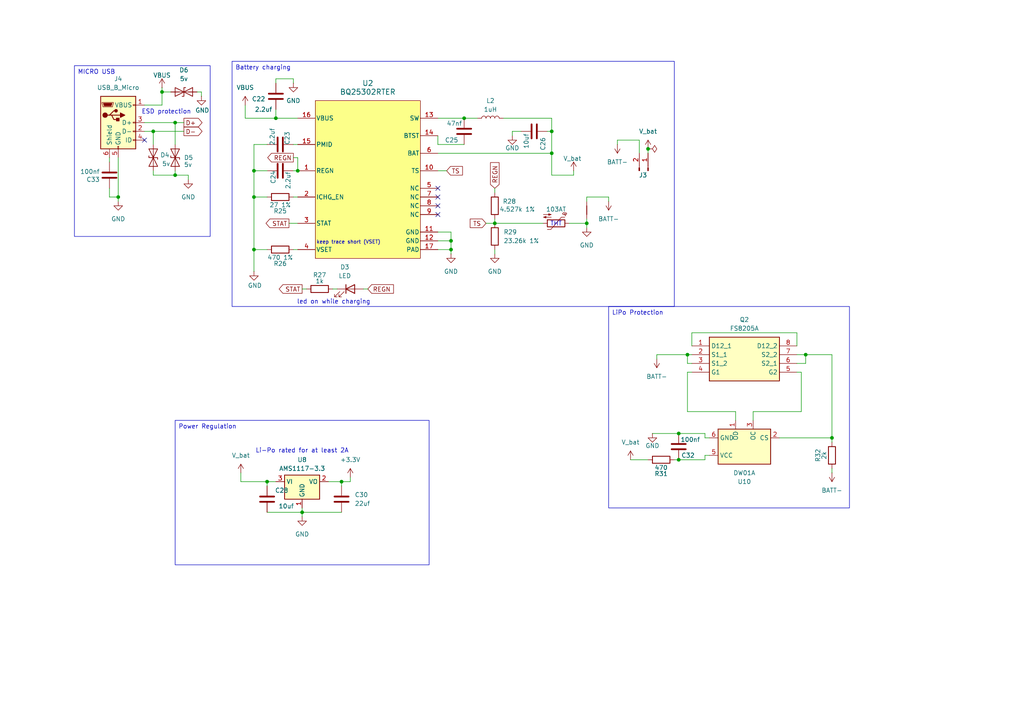
<source format=kicad_sch>
(kicad_sch (version 20250114) (generator "eeschema") (generator_version "9.0")
  (paper "A4")
  (lib_symbols
    (symbol "Battery_Management:DW01A"
      (property "Reference" "U" (at -6.604 6.35 0))
      (property "Value" "DW01A" (at 4.318 6.604 0))
      (symbol "DW01A_0_1"
        (pin power_in line (at -10.16 2.54 0) (length 2.54) (name "VCC") (number "5"))
        (pin power_in line (at -10.16 -2.54 0) (length 2.54) (name "GND") (number "6"))
        (pin output line (at -2.54 -7.62 90) (length 2.54) (name "OD") (number "1"))
        (pin output line (at 2.54 -7.62 90) (length 2.54) (name "OC") (number "3"))
        (pin input line (at 10.16 -2.54 180) (length 2.54) (name "CS") (number "2"))
      )
      (symbol "DW01A_1_1"
        (rectangle (start -7.62 5.08) (end 7.62 -5.08) (stroke (width 0.254)) (fill (type background)))
        (pin no_connect line (at 10.16 2.54 180) (length 2.54) (hide yes) (name "TD") (number "4"))
      )
    )
    (symbol "Connector:Conn_01x02_Pin" (pin_names (offset 1.016) (hide yes))
      (property "Reference" "J" (at 0 2.54 0))
      (property "Value" "Conn_01x02_Pin" (at 0 -5.08 0))
      (symbol "Conn_01x02_Pin_1_1"
        (rectangle (start 0.8636 0.127) (end 0 -0.127) (stroke (width 0.1524)) (fill (type outline)))
        (rectangle (start 0.8636 -2.413) (end 0 -2.667) (stroke (width 0.1524)) (fill (type outline)))
        (polyline (pts (xy 1.27 0) (xy 0.8636 0)) (stroke (width 0.1524)))
        (polyline (pts (xy 1.27 -2.54) (xy 0.8636 -2.54)) (stroke (width 0.1524)))
        (pin passive line (at 5.08 0 180) (length 3.81) (name "Pin_1") (number "1"))
        (pin passive line (at 5.08 -2.54 180) (length 3.81) (name "Pin_2") (number "2"))
      )
    )
    (symbol "Connector:USB_B_Micro" (pin_names (offset 1.016))
      (property "Reference" "J" (at -5.08 11.43 0))
      (property "Value" "USB_B_Micro" (at -5.08 8.89 0))
      (symbol "USB_B_Micro_0_1"
        (rectangle (start -5.08 -7.62) (end 5.08 7.62) (stroke (width 0.254)) (fill (type background)))
        (polyline (pts (xy -4.699 5.842) (xy -4.699 5.588) (xy -4.445 4.826) (xy -4.445 4.572) (xy -1.651 4.572) (xy -1.651 4.826) (xy -1.397 5.588) (xy -1.397 5.842) (xy -4.699 5.842)))
        (polyline (pts (xy -4.318 5.588) (xy -1.778 5.588) (xy -2.032 4.826) (xy -4.064 4.826) (xy -4.318 5.588)) (fill (type outline)))
        (circle (center -3.81 2.159) (radius 0.635) (stroke (width 0.254)) (fill (type outline)))
        (polyline (pts (xy -3.175 2.159) (xy -2.54 2.159) (xy -1.27 3.429) (xy -0.635 3.429)) (stroke (width 0.254)))
        (polyline (pts (xy -2.54 2.159) (xy -1.905 2.159) (xy -1.27 0.889) (xy 0 0.889)) (stroke (width 0.254)))
        (polyline (pts (xy -1.905 2.159) (xy 0.635 2.159)) (stroke (width 0.254)))
        (circle (center -0.635 3.429) (radius 0.381) (stroke (width 0.254)) (fill (type outline)))
        (rectangle (start -0.127 -7.62) (end 0.127 -6.858))
        (rectangle (start 0.254 1.27) (end -0.508 0.508) (stroke (width 0.254)) (fill (type outline)))
        (polyline (pts (xy 0.635 2.794) (xy 0.635 1.524) (xy 1.905 2.159) (xy 0.635 2.794)) (stroke (width 0.254)) (fill (type outline)))
        (rectangle (start 5.08 4.953) (end 4.318 5.207))
        (rectangle (start 5.08 -0.127) (end 4.318 0.127))
        (rectangle (start 5.08 -2.667) (end 4.318 -2.413))
        (rectangle (start 5.08 -5.207) (end 4.318 -4.953))
      )
      (symbol "USB_B_Micro_1_1"
        (pin passive line (at -2.54 -10.16 90) (length 2.54) (name "Shield") (number "6"))
        (pin power_out line (at 0 -10.16 90) (length 2.54) (name "GND") (number "5"))
        (pin power_out line (at 7.62 5.08 180) (length 2.54) (name "VBUS") (number "1"))
        (pin bidirectional line (at 7.62 0 180) (length 2.54) (name "D+") (number "3"))
        (pin bidirectional line (at 7.62 -2.54 180) (length 2.54) (name "D-") (number "2"))
        (pin passive line (at 7.62 -5.08 180) (length 2.54) (name "ID") (number "4"))
      )
    )
    (symbol "Device:C" (pin_numbers (hide yes)) (pin_names (offset 0.254))
      (property "Reference" "C" (at 0.635 2.54 0))
      (property "Value" "C" (at 0.635 -2.54 0))
      (symbol "C_0_1"
        (polyline (pts (xy -2.032 0.762) (xy 2.032 0.762)) (stroke (width 0.508)))
        (polyline (pts (xy -2.032 -0.762) (xy 2.032 -0.762)) (stroke (width 0.508)))
      )
      (symbol "C_1_1"
        (pin passive line (at 0 3.81 270) (length 2.794) (name "~") (number "1"))
        (pin passive line (at 0 -3.81 90) (length 2.794) (name "~") (number "2"))
      )
    )
    (symbol "Device:L" (pin_numbers (hide yes)) (pin_names (offset 1.016) (hide yes))
      (property "Reference" "L" (at -1.27 0 90))
      (property "Value" "L" (at 1.905 0 90))
      (symbol "L_0_1"
        (arc (start 0 2.54) (mid 0.6323 1.905) (end 0 1.27))
        (arc (start 0 1.27) (mid 0.6323 0.635) (end 0 0))
        (arc (start 0 0) (mid 0.6323 -0.635) (end 0 -1.27))
        (arc (start 0 -1.27) (mid 0.6323 -1.905) (end 0 -2.54))
      )
      (symbol "L_1_1"
        (pin passive line (at 0 3.81 270) (length 1.27) (name "1") (number "1"))
        (pin passive line (at 0 -3.81 90) (length 1.27) (name "2") (number "2"))
      )
    )
    (symbol "Device:LED" (pin_numbers (hide yes)) (pin_names (offset 1.016) (hide yes))
      (property "Reference" "D" (at 0 2.54 0))
      (property "Value" "LED" (at 0 -2.54 0))
      (symbol "LED_0_1"
        (polyline (pts (xy -3.048 -0.762) (xy -4.572 -2.286) (xy -3.81 -2.286) (xy -4.572 -2.286) (xy -4.572 -1.524)))
        (polyline (pts (xy -1.778 -0.762) (xy -3.302 -2.286) (xy -2.54 -2.286) (xy -3.302 -2.286) (xy -3.302 -1.524)))
        (polyline (pts (xy -1.27 0) (xy 1.27 0)))
        (polyline (pts (xy -1.27 -1.27) (xy -1.27 1.27)) (stroke (width 0.254)))
        (polyline (pts (xy 1.27 -1.27) (xy 1.27 1.27) (xy -1.27 0) (xy 1.27 -1.27)) (stroke (width 0.254)))
      )
      (symbol "LED_1_1"
        (pin passive line (at -3.81 0 0) (length 2.54) (name "K") (number "1"))
        (pin passive line (at 3.81 0 180) (length 2.54) (name "A") (number "2"))
      )
    )
    (symbol "Device:NetTie_2" (pin_numbers (hide yes)) (pin_names (offset 0) (hide yes)) (in_bom no)
      (property "Reference" "NT" (at 0 1.27 0))
      (property "Value" "NetTie_2" (at 0 -1.27 0))
      (symbol "NetTie_2_0_1"
        (polyline (pts (xy -1.27 0) (xy 1.27 0)) (stroke (width 0.254)))
      )
      (symbol "NetTie_2_1_1"
        (pin passive line (at -2.54 0 0) (length 2.54) (name "1") (number "1"))
        (pin passive line (at 2.54 0 180) (length 2.54) (name "2") (number "2"))
      )
    )
    (symbol "Device:R" (pin_numbers (hide yes)) (pin_names (offset 0))
      (property "Reference" "R" (at 2.032 0 90))
      (property "Value" "R" (at 0 0 90))
      (symbol "R_0_1"
        (rectangle (start -1.016 -2.54) (end 1.016 2.54) (stroke (width 0.254)))
      )
      (symbol "R_1_1"
        (pin passive line (at 0 3.81 270) (length 1.27) (name "~") (number "1"))
        (pin passive line (at 0 -3.81 90) (length 1.27) (name "~") (number "2"))
      )
    )
    (symbol "Device:Thermistor_NTC" (pin_numbers (hide yes)) (pin_names (offset 0))
      (property "Reference" "TH" (at -4.445 0 90))
      (property "Value" "Thermistor_NTC" (at 3.175 0 90))
      (symbol "Thermistor_NTC_0_1"
        (arc (start -3.175 2.413) (mid -3.0506 2.3165) (end -3.048 2.159))
        (arc (start -3.048 2.794) (mid -2.9736 2.9736) (end -2.794 3.048))
        (arc (start -2.794 3.048) (mid -2.6144 2.9736) (end -2.54 2.794))
        (arc (start -2.794 2.54) (mid -2.9736 2.6144) (end -3.048 2.794))
        (arc (start -2.794 1.905) (mid -2.9736 1.9794) (end -3.048 2.159))
        (arc (start -2.54 2.159) (mid -2.6144 1.9794) (end -2.794 1.905))
        (arc (start -2.159 2.794) (mid -2.434 2.5608) (end -2.794 2.54))
        (polyline (pts (xy -2.54 2.159) (xy -2.54 2.794)))
        (polyline (pts (xy -2.54 -3.683) (xy -2.54 -1.397) (xy -2.794 -2.159) (xy -2.286 -2.159) (xy -2.54 -1.397) (xy -2.54 -1.651)) (fill (type outline)))
        (polyline (pts (xy -1.778 2.54) (xy -1.778 1.524) (xy 1.778 -1.524) (xy 1.778 -2.54)))
        (polyline (pts (xy -1.778 -1.397) (xy -1.778 -3.683) (xy -2.032 -2.921) (xy -1.524 -2.921) (xy -1.778 -3.683) (xy -1.778 -3.429)) (fill (type outline)))
        (rectangle (start -1.016 2.54) (end 1.016 -2.54) (stroke (width 0.254)))
      )
      (symbol "Thermistor_NTC_1_1"
        (pin passive line (at 0 3.81 270) (length 1.27) (name "~") (number "1"))
        (pin passive line (at 0 -3.81 90) (length 1.27) (name "~") (number "2"))
      )
    )
    (symbol "Diode:ESD9B5.0ST5G" (pin_numbers (hide yes)) (pin_names (offset 1.016) (hide yes))
      (property "Reference" "D" (at 0 2.54 0))
      (property "Value" "ESD9B5.0ST5G" (at 0 -2.54 0))
      (symbol "ESD9B5.0ST5G_0_1"
        (polyline (pts (xy -2.54 -1.27) (xy 0 0) (xy -2.54 1.27) (xy -2.54 -1.27)) (stroke (width 0.2032)))
        (polyline (pts (xy 0.508 1.27) (xy 0 1.27) (xy 0 -1.27) (xy -0.508 -1.27)) (stroke (width 0.2032)))
        (polyline (pts (xy 1.27 0) (xy -1.27 0)))
        (polyline (pts (xy 2.54 1.27) (xy 2.54 -1.27) (xy 0 0) (xy 2.54 1.27)) (stroke (width 0.2032)))
      )
      (symbol "ESD9B5.0ST5G_1_1"
        (pin passive line (at -3.81 0 0) (length 2.54) (name "A1") (number "1"))
        (pin passive line (at 3.81 0 180) (length 2.54) (name "A2") (number "2"))
      )
    )
    (symbol "Regulator_Linear:AMS1117-3.3"
      (property "Reference" "U" (at -3.81 3.175 0))
      (property "Value" "AMS1117-3.3" (at 0 3.175 0))
      (symbol "AMS1117-3.3_0_1"
        (rectangle (start -5.08 -5.08) (end 5.08 1.905) (stroke (width 0.254)) (fill (type background)))
      )
      (symbol "AMS1117-3.3_1_1"
        (pin power_in line (at -7.62 0 0) (length 2.54) (name "VI") (number "3"))
        (pin power_in line (at 0 -7.62 90) (length 2.54) (name "GND") (number "1"))
        (pin power_out line (at 7.62 0 180) (length 2.54) (name "VO") (number "2"))
      )
    )
    (symbol "Regulator_Switching:BQ25302RTER" (pin_names (offset 0.254))
      (property "Reference" "U3" (at 0 27.94 0))
      (property "Value" "BQ25302RTER" (at 0 25.4 0))
      (symbol "BQ25302RTER_0_1"
        (pin power_in line (at -20.32 17.78 0) (length 5.08) (name "VBUS") (number "16"))
        (pin output line (at -20.32 10.16 0) (length 5.08) (name "PMID") (number "15"))
        (pin bidirectional line (at -20.32 -5.08 0) (length 5.08) (name "ICHG_EN") (number "2"))
        (pin input line (at -20.32 -20.32 0) (length 5.08) (name "VSET") (number "4"))
        (pin power_in line (at 20.32 7.62 180) (length 5.08) (name "BAT") (number "6"))
        (pin input line (at 20.32 2.54 180) (length 5.08) (name "TS") (number "10"))
        (pin unspecified line (at 20.32 -2.54 180) (length 5.08) (name "NC") (number "5"))
        (pin unspecified line (at 20.32 -5.08 180) (length 5.08) (name "NC") (number "7"))
        (pin unspecified line (at 20.32 -7.62 180) (length 5.08) (name "NC") (number "8"))
        (pin unspecified line (at 20.32 -10.16 180) (length 5.08) (name "NC") (number "9"))
        (pin power_in line (at 20.32 -15.24 180) (length 5.08) (name "GND") (number "11"))
        (pin power_in line (at 20.32 -17.78 180) (length 5.08) (name "GND") (number "12"))
        (pin power_in line (at 20.32 -20.32 180) (length 5.08) (name "PAD") (number "17"))
      )
      (symbol "BQ25302RTER_1_1"
        (rectangle (start -15.24 22.86) (end 15.24 -22.86) (fill (type color) (color 252 255 137 1)))
        (pin power_out line (at -20.32 2.54 0) (length 5.08) (name "REGN") (number "1"))
        (pin open_collector line (at -20.32 -12.7 0) (length 5.08) (name "STAT") (number "3"))
        (pin power_out line (at 20.32 17.78 180) (length 5.08) (name "SW") (number "13"))
        (pin passive line (at 20.32 12.7 180) (length 5.08) (name "BTST") (number "14"))
      )
    )
    (symbol "Transistor_FET:FS8205A"
      (property "Reference" "Q" (at 26.67 7.62 0))
      (property "Value" "FS8205A" (at 26.67 5.08 0))
      (symbol "FS8205A_1_1"
        (rectangle (start 5.08 2.54) (end 25.4 -10.16) (stroke (width 0.254)) (fill (type background)))
        (pin passive line (at 0 0 0) (length 5.08) (name "D12_1") (number "1"))
        (pin passive line (at 0 -2.54 0) (length 5.08) (name "S1_1") (number "2"))
        (pin passive line (at 0 -5.08 0) (length 5.08) (name "S1_2") (number "3"))
        (pin passive line (at 0 -7.62 0) (length 5.08) (name "G1") (number "4"))
        (pin passive line (at 30.48 0 180) (length 5.08) (name "D12_2") (number "8"))
        (pin passive line (at 30.48 -2.54 180) (length 5.08) (name "S2_2") (number "7"))
        (pin passive line (at 30.48 -5.08 180) (length 5.08) (name "S2_1") (number "6"))
        (pin passive line (at 30.48 -7.62 180) (length 5.08) (name "G2") (number "5"))
      )
    )
    (symbol "power:+5V" (power) (pin_numbers (hide yes)) (pin_names (offset 0) (hide yes))
      (property "Value" "+5V" (at 0 3.556 0))
      (symbol "+5V_0_1"
        (polyline (pts (xy -0.762 1.27) (xy 0 2.54)))
        (polyline (pts (xy 0 2.54) (xy 0.762 1.27)))
        (polyline (pts (xy 0 0) (xy 0 2.54)))
      )
      (symbol "+5V_1_1"
        (pin power_in line (at 0 0 90) (length 0) (name "~") (number "1"))
      )
    )
    (symbol "power:GND" (power) (pin_numbers (hide yes)) (pin_names (offset 0) (hide yes))
      (property "Value" "GND" (at 0 -3.81 0))
      (symbol "GND_0_1"
        (polyline (pts (xy 0 0) (xy 0 -1.27) (xy 1.27 -1.27) (xy 0 -2.54) (xy -1.27 -1.27) (xy 0 -1.27)))
      )
      (symbol "GND_1_1"
        (pin power_in line (at 0 0 270) (length 0) (name "~") (number "1"))
      )
    )
    (symbol "power:PWR_FLAG" (power) (pin_numbers (hide yes)) (pin_names (offset 0) (hide yes))
      (property "Value" "PWR_FLAG" (at 0 3.81 0))
      (symbol "PWR_FLAG_0_0"
        (pin power_out line (at 0 0 90) (length 0) (name "~") (number "1"))
      )
      (symbol "PWR_FLAG_0_1"
        (polyline (pts (xy 0 0) (xy 0 1.27) (xy -1.016 1.905) (xy 0 2.54) (xy 1.016 1.905) (xy 0 1.27)))
      )
    )
    (symbol "power:VBUS" (power) (pin_numbers (hide yes)) (pin_names (offset 0) (hide yes))
      (property "Value" "VBUS" (at 0 3.556 0))
      (symbol "VBUS_0_1"
        (polyline (pts (xy -0.762 1.27) (xy 0 2.54)))
        (polyline (pts (xy 0 2.54) (xy 0.762 1.27)))
        (polyline (pts (xy 0 0) (xy 0 2.54)))
      )
      (symbol "VBUS_1_1"
        (pin power_in line (at 0 0 90) (length 0) (name "~") (number "1"))
      )
    )
    (symbol "power:VCC" (power) (pin_numbers (hide yes)) (pin_names (offset 0) (hide yes))
      (property "Value" "VCC" (at 0 3.556 0))
      (symbol "VCC_0_1"
        (polyline (pts (xy -0.762 1.27) (xy 0 2.54)))
        (polyline (pts (xy 0 2.54) (xy 0.762 1.27)))
        (polyline (pts (xy 0 0) (xy 0 2.54)))
      )
      (symbol "VCC_1_1"
        (pin power_in line (at 0 0 90) (length 0) (name "~") (number "1"))
      )
    )
  )
  (text "THT" (at 161.29 65.024 0) (effects (font (size 1.27 1.27))))
  (text "led on while charging" (at 96.774 87.63 0) (effects (font (size 1.27 1.27))))
  (text "Li-Po rated for at least 2A" (at 87.63 130.81 0) (effects (font (size 1.27 1.27))))
  (text "keep trace short (VSET)\n" (at 101.092 70.358 0) (effects (font (size 1.016 1.016))))
  (text "ESD protection" (at 48.26 32.512 0) (effects (font (size 1.27 1.27))))
  (text_box "Battery charging" (at 67.31 17.78 0) (size 128.27 71.12) (margins 0.9525 0.9525 0.9525 0.9525) (effects (font (size 1.27 1.27)) (justify left top)))
  (text_box "Power Regulation" (at 50.8 121.92 0) (size 73.66 41.91) (margins 0.9525 0.9525 0.9525 0.9525) (effects (font (size 1.27 1.27)) (justify left top)))
  (text_box "LiPo Protection" (at 176.53 88.9 0) (size 69.85 58.42) (margins 0.9525 0.9525 0.9525 0.9525) (effects (font (size 1.27 1.27)) (justify left top)))
  (text_box "MICRO USB" (at 21.59 19.05 0) (size 39.37 49.53) (margins 0.9525 0.9525 0.9525 0.9525) (effects (font (size 1.27 1.27)) (justify left top)))
  (junction (at 143.51 64.77))
  (junction (at 199.39 102.87))
  (junction (at 86.36 49.53))
  (junction (at 77.47 139.7))
  (junction (at 44.45 38.1))
  (junction (at 50.8 50.8))
  (junction (at 134.62 34.29))
  (junction (at 241.3 127))
  (junction (at 50.8 35.56))
  (junction (at 160.02 44.45))
  (junction (at 196.85 133.35))
  (junction (at 130.81 69.85))
  (junction (at 80.01 34.29))
  (junction (at 73.66 57.15))
  (junction (at 99.06 139.7))
  (junction (at 73.66 72.39))
  (junction (at 196.85 125.73))
  (junction (at 160.02 38.1))
  (junction (at 87.63 148.59))
  (junction (at 130.81 72.39))
  (junction (at 73.66 49.53))
  (junction (at 170.18 64.77))
  (junction (at 34.29 57.15))
  (junction (at 187.96 43.18))
  (junction (at 46.99 26.67))
  (junction (at 233.68 102.87))
  (no_connect (at 41.91 40.64))
  (no_connect (at 127 57.15))
  (no_connect (at 127 54.61))
  (no_connect (at 127 62.23))
  (no_connect (at 127 59.69))
  (wire (pts (xy 73.66 57.15) (xy 77.47 57.15)))
  (wire (pts (xy 204.47 127) (xy 204.47 125.73)))
  (wire (pts (xy 85.09 45.72) (xy 86.36 45.72)))
  (wire (pts (xy 176.53 57.15) (xy 170.18 57.15)))
  (wire (pts (xy 143.51 64.77) (xy 157.48 64.77)))
  (wire (pts (xy 130.81 67.31) (xy 130.81 69.85)))
  (wire (pts (xy 226.06 127) (xy 241.3 127)))
  (wire (pts (xy 41.91 30.48) (xy 46.99 30.48)))
  (wire (pts (xy 182.88 133.35) (xy 187.96 133.35)))
  (wire (pts (xy 204.47 125.73) (xy 196.85 125.73)))
  (wire (pts (xy 140.97 64.77) (xy 143.51 64.77)))
  (wire (pts (xy 189.23 125.73) (xy 196.85 125.73)))
  (wire (pts (xy 204.47 132.08) (xy 205.74 132.08)))
  (wire (pts (xy 31.75 57.15) (xy 34.29 57.15)))
  (wire (pts (xy 73.66 78.74) (xy 73.66 72.39)))
  (wire (pts (xy 127 67.31) (xy 130.81 67.31)))
  (wire (pts (xy 143.51 72.39) (xy 143.51 73.66)))
  (wire (pts (xy 73.66 72.39) (xy 77.47 72.39)))
  (wire (pts (xy 166.37 50.8) (xy 166.37 49.53)))
  (wire (pts (xy 218.44 119.38) (xy 232.41 119.38)))
  (wire (pts (xy 232.41 119.38) (xy 232.41 107.95)))
  (wire (pts (xy 160.02 50.8) (xy 166.37 50.8)))
  (wire (pts (xy 160.02 38.1) (xy 160.02 44.45)))
  (wire (pts (xy 85.09 41.91) (xy 86.36 41.91)))
  (wire (pts (xy 146.05 34.29) (xy 160.02 34.29)))
  (wire (pts (xy 187.96 43.18) (xy 187.96 44.45)))
  (wire (pts (xy 44.45 38.1) (xy 44.45 41.91)))
  (wire (pts (xy 241.3 137.16) (xy 241.3 135.89)))
  (wire (pts (xy 130.81 73.66) (xy 130.81 72.39)))
  (wire (pts (xy 233.68 105.41) (xy 233.68 102.87)))
  (wire (pts (xy 127 44.45) (xy 160.02 44.45)))
  (wire (pts (xy 218.44 121.92) (xy 218.44 119.38)))
  (wire (pts (xy 185.42 40.64) (xy 185.42 44.45)))
  (wire (pts (xy 85.09 22.86) (xy 80.01 22.86)))
  (wire (pts (xy 204.47 133.35) (xy 204.47 132.08)))
  (wire (pts (xy 50.8 50.8) (xy 50.8 49.53)))
  (wire (pts (xy 160.02 34.29) (xy 160.02 38.1)))
  (wire (pts (xy 96.52 83.82) (xy 97.79 83.82)))
  (wire (pts (xy 158.75 38.1) (xy 160.02 38.1)))
  (wire (pts (xy 176.53 58.42) (xy 176.53 57.15)))
  (wire (pts (xy 50.8 35.56) (xy 53.34 35.56)))
  (wire (pts (xy 231.14 107.95) (xy 232.41 107.95)))
  (wire (pts (xy 41.91 38.1) (xy 44.45 38.1)))
  (wire (pts (xy 130.81 69.85) (xy 130.81 72.39)))
  (wire (pts (xy 85.09 57.15) (xy 86.36 57.15)))
  (wire (pts (xy 85.09 49.53) (xy 86.36 49.53)))
  (wire (pts (xy 80.01 22.86) (xy 80.01 24.13)))
  (wire (pts (xy 105.41 83.82) (xy 106.68 83.82)))
  (wire (pts (xy 130.81 72.39) (xy 127 72.39)))
  (wire (pts (xy 41.91 35.56) (xy 50.8 35.56)))
  (wire (pts (xy 148.59 38.1) (xy 148.59 39.37)))
  (wire (pts (xy 127 41.91) (xy 127 39.37)))
  (wire (pts (xy 204.47 127) (xy 205.74 127)))
  (wire (pts (xy 54.61 52.07) (xy 54.61 50.8)))
  (wire (pts (xy 170.18 63.5) (xy 170.18 64.77)))
  (wire (pts (xy 86.36 45.72) (xy 86.36 49.53)))
  (wire (pts (xy 58.42 26.67) (xy 58.42 27.94)))
  (wire (pts (xy 190.5 102.87) (xy 199.39 102.87)))
  (wire (pts (xy 101.6 139.7) (xy 101.6 138.43)))
  (wire (pts (xy 199.39 105.41) (xy 199.39 102.87)))
  (wire (pts (xy 31.75 45.72) (xy 31.75 46.99)))
  (wire (pts (xy 196.85 133.35) (xy 195.58 133.35)))
  (wire (pts (xy 95.25 139.7) (xy 99.06 139.7)))
  (wire (pts (xy 77.47 148.59) (xy 87.63 148.59)))
  (wire (pts (xy 160.02 44.45) (xy 160.02 50.8)))
  (wire (pts (xy 44.45 49.53) (xy 44.45 50.8)))
  (wire (pts (xy 199.39 102.87) (xy 200.66 102.87)))
  (wire (pts (xy 80.01 34.29) (xy 86.36 34.29)))
  (wire (pts (xy 44.45 50.8) (xy 50.8 50.8)))
  (wire (pts (xy 179.07 40.64) (xy 185.42 40.64)))
  (wire (pts (xy 71.12 30.48) (xy 71.12 34.29)))
  (wire (pts (xy 87.63 148.59) (xy 87.63 149.86)))
  (wire (pts (xy 54.61 50.8) (xy 50.8 50.8)))
  (wire (pts (xy 73.66 41.91) (xy 77.47 41.91)))
  (wire (pts (xy 73.66 57.15) (xy 73.66 72.39)))
  (wire (pts (xy 87.63 83.82) (xy 88.9 83.82)))
  (wire (pts (xy 85.09 22.86) (xy 85.09 24.13)))
  (wire (pts (xy 34.29 45.72) (xy 34.29 57.15)))
  (wire (pts (xy 151.13 38.1) (xy 148.59 38.1)))
  (wire (pts (xy 134.62 41.91) (xy 127 41.91)))
  (wire (pts (xy 170.18 57.15) (xy 170.18 58.42)))
  (wire (pts (xy 127 49.53) (xy 129.54 49.53)))
  (wire (pts (xy 213.36 121.92) (xy 213.36 119.38)))
  (wire (pts (xy 83.82 64.77) (xy 86.36 64.77)))
  (wire (pts (xy 73.66 57.15) (xy 73.66 49.53)))
  (wire (pts (xy 73.66 49.53) (xy 77.47 49.53)))
  (wire (pts (xy 196.85 133.35) (xy 204.47 133.35)))
  (wire (pts (xy 233.68 102.87) (xy 241.3 102.87)))
  (wire (pts (xy 199.39 119.38) (xy 213.36 119.38)))
  (wire (pts (xy 241.3 102.87) (xy 241.3 127)))
  (wire (pts (xy 46.99 26.67) (xy 46.99 25.4)))
  (wire (pts (xy 190.5 104.14) (xy 190.5 102.87)))
  (wire (pts (xy 143.51 54.61) (xy 143.51 55.88)))
  (wire (pts (xy 77.47 139.7) (xy 80.01 139.7)))
  (wire (pts (xy 127 34.29) (xy 134.62 34.29)))
  (wire (pts (xy 87.63 147.32) (xy 87.63 148.59)))
  (wire (pts (xy 143.51 63.5) (xy 143.51 64.77)))
  (wire (pts (xy 231.14 105.41) (xy 233.68 105.41)))
  (wire (pts (xy 69.85 139.7) (xy 77.47 139.7)))
  (wire (pts (xy 231.14 96.52) (xy 231.14 100.33)))
  (wire (pts (xy 31.75 54.61) (xy 31.75 57.15)))
  (wire (pts (xy 200.66 96.52) (xy 231.14 96.52)))
  (wire (pts (xy 77.47 139.7) (xy 77.47 140.97)))
  (wire (pts (xy 165.1 64.77) (xy 170.18 64.77)))
  (wire (pts (xy 179.07 41.91) (xy 179.07 40.64)))
  (wire (pts (xy 87.63 148.59) (xy 99.06 148.59)))
  (wire (pts (xy 57.15 26.67) (xy 58.42 26.67)))
  (wire (pts (xy 127 69.85) (xy 130.81 69.85)))
  (wire (pts (xy 99.06 139.7) (xy 101.6 139.7)))
  (wire (pts (xy 200.66 105.41) (xy 199.39 105.41)))
  (wire (pts (xy 69.85 137.16) (xy 69.85 139.7)))
  (wire (pts (xy 71.12 34.29) (xy 80.01 34.29)))
  (wire (pts (xy 231.14 102.87) (xy 233.68 102.87)))
  (wire (pts (xy 199.39 107.95) (xy 200.66 107.95)))
  (wire (pts (xy 34.29 57.15) (xy 34.29 58.42)))
  (wire (pts (xy 44.45 38.1) (xy 53.34 38.1)))
  (wire (pts (xy 46.99 30.48) (xy 46.99 26.67)))
  (wire (pts (xy 170.18 64.77) (xy 170.18 66.04)))
  (wire (pts (xy 80.01 31.75) (xy 80.01 34.29)))
  (wire (pts (xy 50.8 35.56) (xy 50.8 41.91)))
  (wire (pts (xy 134.62 34.29) (xy 138.43 34.29)))
  (wire (pts (xy 241.3 128.27) (xy 241.3 127)))
  (wire (pts (xy 99.06 139.7) (xy 99.06 140.97)))
  (wire (pts (xy 200.66 100.33) (xy 200.66 96.52)))
  (wire (pts (xy 73.66 49.53) (xy 73.66 41.91)))
  (wire (pts (xy 199.39 107.95) (xy 199.39 119.38)))
  (wire (pts (xy 46.99 26.67) (xy 49.53 26.67)))
  (wire (pts (xy 85.09 72.39) (xy 86.36 72.39)))
  (global_label "STAT" (shape output) (at 87.63 83.82 180) (property "Intersheetrefs" "${INTERSHEET_REFS}" (effects (hide yes))))
  (global_label "REGN" (shape input) (at 143.51 54.61 90) (property "Intersheetrefs" "${INTERSHEET_REFS}" (effects (hide yes))))
  (global_label "TS" (shape input) (at 129.54 49.53 0) (property "Intersheetrefs" "${INTERSHEET_REFS}" (effects (hide yes))))
  (global_label "REGN" (shape output) (at 85.09 45.72 180) (property "Intersheetrefs" "${INTERSHEET_REFS}" (effects (hide yes))))
  (global_label "D+" (shape output) (at 53.34 35.56 0) (property "Intersheetrefs" "${INTERSHEET_REFS}" (effects (hide yes))))
  (global_label "TS" (shape input) (at 140.97 64.77 180) (property "Intersheetrefs" "${INTERSHEET_REFS}" (effects (hide yes))))
  (global_label "STAT" (shape output) (at 83.82 64.77 180) (property "Intersheetrefs" "${INTERSHEET_REFS}" (effects (hide yes))))
  (global_label "REGN" (shape input) (at 106.68 83.82 0) (property "Intersheetrefs" "${INTERSHEET_REFS}" (effects (hide yes))))
  (global_label "D-" (shape output) (at 53.34 38.1 0) (property "Intersheetrefs" "${INTERSHEET_REFS}" (effects (hide yes))))
  (symbol (lib_id "Device:C") (at 196.85 129.54 0) (mirror x) (unit 1)
    (property "Reference" "C32" (at 197.612 132.08 0) (effects (justify left)))
    (property "Value" "100nf" (at 197.358 127.508 0) (effects (justify left)))
    (property "Footprint" "Capacitor_SMD:C_0402_1005Metric" (effects (hide yes)))
    (property "Description" "Unpolarized capacitor" (effects (hide yes)))
  )
  (symbol (lib_id "power:VCC") (at 187.96 43.18 0) (mirror y) (unit 1)
    (property "Reference" "#PWR046" (effects (hide yes)))
    (property "Value" "V_bat" (at 187.96 38.1 0))
    (property "Description" "Power symbol creates a global label with name \"VCC\"" (effects (hide yes)))
  )
  (symbol (lib_id "power:GND") (at 143.51 73.66 0) (unit 1)
    (property "Reference" "#PWR037" (effects (hide yes)))
    (property "Value" "GND" (at 143.51 78.74 0))
    (property "Description" "Power symbol creates a global label with name \"GND\" , ground" (effects (hide yes)))
  )
  (symbol (lib_id "Device:R") (at 191.77 133.35 90) (mirror x) (unit 1)
    (property "Reference" "R31" (at 191.77 137.414 90))
    (property "Value" "470" (at 191.77 135.636 90))
    (property "Footprint" "Resistor_SMD:R_0402_1005Metric" (effects (hide yes)))
    (property "Description" "Resistor" (effects (hide yes)))
  )
  (symbol (lib_id "Device:C") (at 81.28 41.91 270) (unit 1)
    (property "Reference" "C23" (at 83.312 38.1 0) (effects (justify left)))
    (property "Value" "2.2uf" (at 78.994 37.084 0) (effects (justify left)))
    (property "Footprint" "Capacitor_SMD:C_0402_1005Metric" (effects (hide yes)))
    (property "Description" "Unpolarized capacitor" (effects (hide yes)))
  )
  (symbol (lib_id "Device:Thermistor_NTC") (at 161.29 64.77 270) (unit 1)
    (property "Reference" "TH2" (effects (hide yes)))
    (property "Value" "103AT" (at 161.29 60.706 90))
    (property "Footprint" "Resistor_THT:R_Axial_DIN0204_L3.6mm_D1.6mm_P1.90mm_Vertical" (effects (hide yes)))
    (property "Description" "Temperature dependent resistor, negative temperature coefficient" (effects (hide yes)))
  )
  (symbol (lib_id "power:GND") (at 54.61 52.07 0) (unit 1)
    (property "Reference" "#PWR032" (effects (hide yes)))
    (property "Value" "GND" (at 54.61 57.15 0))
    (property "Description" "Power symbol creates a global label with name \"GND\" , ground" (effects (hide yes)))
  )
  (symbol (lib_id "power:GND") (at 148.59 39.37 0) (unit 1)
    (property "Reference" "#PWR038" (effects (hide yes)))
    (property "Value" "GND" (at 148.59 42.926 0))
    (property "Description" "Power symbol creates a global label with name \"GND\" , ground" (effects (hide yes)))
  )
  (symbol (lib_id "power:GND") (at 34.29 58.42 0) (unit 1)
    (property "Reference" "#PWR050" (effects (hide yes)))
    (property "Value" "GND" (at 34.29 63.5 0))
    (property "Description" "Power symbol creates a global label with name \"GND\" , ground" (effects (hide yes)))
  )
  (symbol (lib_id "power:GND") (at 58.42 27.94 0) (unit 1)
    (property "Reference" "#PWR054" (effects (hide yes)))
    (property "Value" "GND" (at 58.674 32.004 0))
    (property "Description" "Power symbol creates a global label with name \"GND\" , ground" (effects (hide yes)))
  )
  (symbol (lib_id "Connector:USB_B_Micro") (at 34.29 35.56 0) (unit 1)
    (property "Reference" "J4" (at 34.29 22.86 0))
    (property "Value" "USB_B_Micro" (at 34.29 25.4 0))
    (property "Footprint" "Connector_USB:USB_Micro-B_Molex-105017-0001" (effects (hide yes)))
    (property "Description" "USB Micro Type B connector" (effects (hide yes)))
  )
  (symbol (lib_id "Transistor_FET:FS8205A") (at 200.66 100.33 0) (unit 1)
    (property "Reference" "Q2" (at 215.9 92.71 0))
    (property "Value" "FS8205A" (at 215.9 95.25 0))
    (property "Footprint" "My_symbols:FS8205A" (effects (hide yes)))
    (property "Datasheet" "https://datasheet.lcsc.com/szlcsc/Fortune-Semicon-FS8205A_C16052.pdf" (effects (hide yes)))
    (property "Description" "lyufdouk;gofyuv" (effects (hide yes)))
    (property "Height" "1.2" (effects (hide yes)))
    (property "Manufacturer_Name" "FSC" (effects (hide yes)))
    (property "Manufacturer_Part_Number" "FS8205A" (effects (hide yes)))
  )
  (symbol (lib_id "Device:C") (at 31.75 50.8 180) (unit 1)
    (property "Reference" "C33" (at 28.956 52.07 0) (effects (justify left)))
    (property "Value" "100nf" (at 28.956 49.784 0) (effects (justify left)))
    (property "Footprint" "Capacitor_SMD:C_0402_1005Metric" (effects (hide yes)))
    (property "Description" "Unpolarized capacitor" (effects (hide yes)))
  )
  (symbol (lib_id "power:VCC") (at 166.37 49.53 0) (mirror y) (unit 1)
    (property "Reference" "#PWR039" (effects (hide yes)))
    (property "Value" "V_bat" (at 168.656 45.974 0) (effects (justify left)))
    (property "Description" "Power symbol creates a global label with name \"VCC\"" (effects (hide yes)))
  )
  (symbol (lib_id "power:GND") (at 130.81 73.66 0) (unit 1)
    (property "Reference" "#PWR036" (effects (hide yes)))
    (property "Value" "GND" (at 130.81 78.74 0))
    (property "Description" "Power symbol creates a global label with name \"GND\" , ground" (effects (hide yes)))
  )
  (symbol (lib_id "Device:R") (at 81.28 72.39 270) (unit 1)
    (property "Reference" "R26" (at 81.28 76.454 90))
    (property "Value" "470 1%" (at 81.28 74.676 90))
    (property "Footprint" "Resistor_SMD:R_0402_1005Metric" (effects (hide yes)))
    (property "Description" "Resistor" (effects (hide yes)))
  )
  (symbol (lib_id "power:VCC") (at 241.3 137.16 180) (unit 1)
    (property "Reference" "#PWR052" (effects (hide yes)))
    (property "Value" "BATT-" (at 241.3 142.24 0))
    (property "Description" "Negative terminal of LiPo battery" (effects (hide yes)))
  )
  (symbol (lib_id "Device:C") (at 81.28 49.53 90) (unit 1)
    (property "Reference" "C24" (at 79.248 53.34 0) (effects (justify left)))
    (property "Value" "2.2uf" (at 83.566 54.864 0) (effects (justify left)))
    (property "Footprint" "Capacitor_SMD:C_0402_1005Metric" (effects (hide yes)))
    (property "Description" "Unpolarized capacitor" (effects (hide yes)))
  )
  (symbol (lib_id "power:GND") (at 170.18 66.04 0) (unit 1)
    (property "Reference" "#PWR053" (effects (hide yes)))
    (property "Value" "GND" (at 170.18 71.12 0))
    (property "Description" "Power symbol creates a global label with name \"GND\" , ground" (effects (hide yes)))
  )
  (symbol (lib_id "Device:C") (at 77.47 144.78 0) (unit 1)
    (property "Reference" "C28" (at 79.756 142.24 0) (effects (justify left)))
    (property "Value" "10uf" (at 80.772 146.812 0) (effects (justify left)))
    (property "Footprint" "Capacitor_SMD:C_0603_1608Metric" (effects (hide yes)))
    (property "Description" "Unpolarized capacitor" (effects (hide yes)))
  )
  (symbol (lib_id "power:GND") (at 73.66 78.74 0) (unit 1)
    (property "Reference" "#PWR034" (effects (hide yes)))
    (property "Value" "GND" (at 73.914 82.804 0))
    (property "Description" "Power symbol creates a global label with name \"GND\" , ground" (effects (hide yes)))
  )
  (symbol (lib_id "power:VCC") (at 190.5 104.14 0) (mirror x) (unit 1)
    (property "Reference" "#PWR060" (effects (hide yes)))
    (property "Value" "BATT-" (at 190.5 109.22 0))
    (property "Description" "Power symbol creates a global label with name \"VCC\"" (effects (hide yes)))
  )
  (symbol (lib_id "Regulator_Switching:BQ25302RTER") (at 106.68 52.07 0) (unit 1)
    (property "Reference" "U2" (at 106.68 24.13 0) (effects (font (size 1.524 1.524))))
    (property "Value" "BQ25302RTER" (at 106.68 26.67 0) (effects (font (size 1.524 1.524))))
    (property "Footprint" "My_symbols:BQ25306RTER" (effects (hide yes)))
    (property "Datasheet" "https://www.ti.com/lit/gpn/bq25302" (effects (hide yes)))
  )
  (symbol (lib_id "power:+5V") (at 101.6 138.43 0) (unit 1)
    (property "Reference" "#PWR044" (effects (hide yes)))
    (property "Value" "+3.3V" (at 101.6 133.35 0))
    (property "Description" "Power symbol creates a global label with name \"+5V\"" (effects (hide yes)))
  )
  (symbol (lib_id "Battery_Management:DW01A") (at 215.9 129.54 0) (mirror x) (unit 1)
    (property "Reference" "U10" (at 215.9 139.7 0))
    (property "Value" "DW01A" (at 215.9 137.16 0))
    (property "Footprint" "Package_TO_SOT_SMD:SOT-23-6" (effects (hide yes)))
    (property "Datasheet" "https://hmsemi.com/downfile/DW01A.PDF" (effects (hide yes)))
    (property "Description" "Overcharge, overcurrent and overdischarge protection IC for single cell lithium-ion/polymer battery" (effects (hide yes)))
  )
  (symbol (lib_id "power:VBUS") (at 46.99 25.4 0) (unit 1)
    (property "Reference" "#PWR051" (effects (hide yes)))
    (property "Value" "VBUS" (at 46.99 21.844 0))
    (property "Description" "Power symbol creates a global label with name \"VBUS\"" (effects (hide yes)))
  )
  (symbol (lib_id "power:GND") (at 189.23 125.73 0) (mirror y) (unit 1)
    (property "Reference" "#PWR048" (effects (hide yes)))
    (property "Value" "GND" (at 189.23 129.286 0))
    (property "Description" "Power symbol creates a global label with name \"GND\" , ground" (effects (hide yes)))
  )
  (symbol (lib_id "Device:R") (at 92.71 83.82 90) (unit 1)
    (property "Reference" "R27" (at 92.71 79.756 90))
    (property "Value" "1k" (at 92.71 81.534 90))
    (property "Footprint" "Resistor_SMD:R_0402_1005Metric" (effects (hide yes)))
    (property "Description" "Resistor" (effects (hide yes)))
  )
  (symbol (lib_id "Device:NetTie_2") (at 170.18 60.96 90) (unit 1) (in_bom no)
    (property "Reference" "NT1" (effects (hide yes)))
    (property "Value" "NetTie_2" (effects (hide yes)))
    (property "Description" "Net tie, 2 pins" (effects (hide yes)))
  )
  (symbol (lib_id "power:PWR_FLAG") (at 187.96 43.18 270) (mirror x) (unit 1)
    (property "Reference" "#FLG02" (effects (hide yes)))
    (property "Value" "PWR_FLAG" (effects (hide yes)))
    (property "Description" "Special symbol for telling ERC where power comes from" (effects (hide yes)))
  )
  (symbol (lib_id "power:GND") (at 87.63 149.86 0) (unit 1)
    (property "Reference" "#PWR042" (effects (hide yes)))
    (property "Value" "GND" (at 87.63 154.94 0))
    (property "Description" "Power symbol creates a global label with name \"GND\" , ground" (effects (hide yes)))
  )
  (symbol (lib_id "power:VCC") (at 179.07 41.91 0) (mirror x) (unit 1)
    (property "Reference" "#PWR015" (effects (hide yes)))
    (property "Value" "BATT-" (at 179.07 46.99 0))
    (property "Description" "Power symbol creates a global label with name \"VCC\"" (effects (hide yes)))
  )
  (symbol (lib_id "power:VCC") (at 69.85 137.16 0) (mirror y) (unit 1)
    (property "Reference" "#PWR040" (effects (hide yes)))
    (property "Value" "V_bat" (at 69.85 132.08 0))
    (property "Description" "Power symbol creates a global label with name \"VCC\"" (effects (hide yes)))
  )
  (symbol (lib_id "Diode:ESD9B5.0ST5G") (at 44.45 45.72 90) (unit 1)
    (property "Reference" "D4" (at 46.482 44.958 90) (effects (justify right)))
    (property "Value" "5v" (at 46.99 47.498 90) (effects (justify right)))
    (property "Footprint" "Diode_SMD:D_SOD-923" (effects (hide yes)))
    (property "Datasheet" "https://www.onsemi.com/pub/Collateral/ESD9B-D.PDF" (effects (hide yes)))
    (property "Description" "ESD protection diode, 5.0Vrwm, SOD-923" (effects (hide yes)))
  )
  (symbol (lib_id "Device:R") (at 241.3 132.08 0) (mirror y) (unit 1)
    (property "Reference" "R32" (at 237.236 132.08 90))
    (property "Value" "2k" (at 239.014 132.08 90))
    (property "Footprint" "Resistor_SMD:R_0402_1005Metric" (effects (hide yes)))
    (property "Description" "Resistor" (effects (hide yes)))
  )
  (symbol (lib_id "Device:C") (at 99.06 144.78 0) (unit 1)
    (property "Reference" "C30" (at 102.87 143.5099 0) (effects (justify left)))
    (property "Value" "22uf" (at 102.87 146.0499 0) (effects (justify left)))
    (property "Footprint" "Capacitor_SMD:C_0603_1608Metric" (effects (hide yes)))
    (property "Description" "Unpolarized capacitor" (effects (hide yes)))
  )
  (symbol (lib_id "power:VBUS") (at 71.12 30.48 0) (unit 1)
    (property "Reference" "#PWR033" (effects (hide yes)))
    (property "Value" "VBUS" (at 71.12 25.4 0))
    (property "Description" "Power symbol creates a global label with name \"VBUS\"" (effects (hide yes)))
  )
  (symbol (lib_id "Device:R") (at 143.51 68.58 0) (unit 1)
    (property "Reference" "R29" (at 146.05 67.3099 0) (effects (justify left)))
    (property "Value" "23.26k 1%" (at 146.05 69.8499 0) (effects (justify left)))
    (property "Footprint" "Resistor_SMD:R_0402_1005Metric" (effects (hide yes)))
    (property "Description" "Resistor" (effects (hide yes)))
  )
  (symbol (lib_id "Device:R") (at 81.28 57.15 270) (unit 1)
    (property "Reference" "R25" (at 81.28 61.214 90))
    (property "Value" "27 1%" (at 81.28 59.436 90))
    (property "Footprint" "Resistor_SMD:R_0402_1005Metric" (effects (hide yes)))
    (property "Description" "Resistor" (effects (hide yes)))
  )
  (symbol (lib_id "power:GND") (at 85.09 24.13 0) (unit 1)
    (property "Reference" "#PWR035" (effects (hide yes)))
    (property "Value" "GND" (at 85.09 29.21 0))
    (property "Description" "Power symbol creates a global label with name \"GND\" , ground" (effects (hide yes)))
  )
  (symbol (lib_id "Device:L") (at 142.24 34.29 90) (unit 1)
    (property "Reference" "L2" (at 142.24 29.21 90))
    (property "Value" "1uH" (at 142.24 31.75 90))
    (property "Footprint" "Inductor_SMD:L_0805_2012Metric" (effects (hide yes)))
    (property "Description" "Inductor" (effects (hide yes)))
  )
  (symbol (lib_id "Device:R") (at 143.51 59.69 0) (unit 1)
    (property "Reference" "R28" (at 145.796 58.42 0) (effects (justify left)))
    (property "Value" "4.527k 1%" (at 155.194 60.706 0) (effects (justify right)))
    (property "Footprint" "Resistor_SMD:R_0402_1005Metric" (effects (hide yes)))
    (property "Description" "Resistor" (effects (hide yes)))
  )
  (symbol (lib_id "power:VCC") (at 176.53 58.42 0) (mirror x) (unit 1)
    (property "Reference" "#PWR059" (effects (hide yes)))
    (property "Value" "BATT-" (at 176.53 63.5 0))
    (property "Description" "Power symbol creates a global label with name \"VCC\"" (effects (hide yes)))
  )
  (symbol (lib_id "Device:C") (at 154.94 38.1 90) (unit 1)
    (property "Reference" "C26" (at 157.48 43.688 0) (effects (justify left)))
    (property "Value" "10uf" (at 152.654 43.18 0) (effects (justify left)))
    (property "Footprint" "Capacitor_SMD:C_0402_1005Metric" (effects (hide yes)))
    (property "Description" "Unpolarized capacitor" (effects (hide yes)))
  )
  (symbol (lib_id "Device:C") (at 80.01 27.94 180) (unit 1)
    (property "Reference" "C22" (at 76.962 28.702 0) (effects (justify left)))
    (property "Value" "2.2uf" (at 78.994 31.75 0) (effects (justify left)))
    (property "Footprint" "Capacitor_SMD:C_0402_1005Metric" (effects (hide yes)))
    (property "Description" "Unpolarized capacitor" (effects (hide yes)))
  )
  (symbol (lib_id "Device:LED") (at 101.6 83.82 0) (unit 1)
    (property "Reference" "D3" (at 100.0125 77.47 0))
    (property "Value" "LED" (at 100.0125 80.01 0))
    (property "Footprint" "LED_SMD:LED_0603_1608Metric" (effects (hide yes)))
    (property "Description" "GREEN Light emitting diode" (effects (hide yes)))
    (property "Sim.Pins" "1=K 2=A" (effects (hide yes)))
  )
  (symbol (lib_id "Diode:ESD9B5.0ST5G") (at 50.8 45.72 90) (unit 1)
    (property "Reference" "D5" (at 53.34 45.7199 90) (effects (justify right)))
    (property "Value" "5v" (at 53.34 47.752 90) (effects (justify right)))
    (property "Footprint" "Diode_SMD:D_SOD-923" (effects (hide yes)))
    (property "Datasheet" "https://www.onsemi.com/pub/Collateral/ESD9B-D.PDF" (effects (hide yes)))
    (property "Description" "ESD protection diode, 5.0Vrwm, SOD-923" (effects (hide yes)))
  )
  (symbol (lib_id "Device:C") (at 134.62 38.1 0) (unit 1)
    (property "Reference" "C25" (at 129.032 40.64 0) (effects (justify left)))
    (property "Value" "47nf" (at 129.54 35.814 0) (effects (justify left)))
    (property "Footprint" "Capacitor_SMD:C_0402_1005Metric" (effects (hide yes)))
    (property "Description" "Unpolarized capacitor" (effects (hide yes)))
  )
  (symbol (lib_id "Regulator_Linear:AMS1117-3.3") (at 87.63 139.7 0) (unit 1)
    (property "Reference" "U8" (at 87.63 133.35 0))
    (property "Value" "AMS1117-3.3" (at 87.63 135.89 0))
    (property "Footprint" "Package_TO_SOT_SMD:SOT-223-3_TabPin2" (effects (hide yes)))
    (property "Datasheet" "http://www.advanced-monolithic.com/pdf/ds1117.pdf" (effects (hide yes)))
    (property "Description" "1A Low Dropout regulator, positive, 3.3V fixed output, SOT-223" (effects (hide yes)))
  )
  (symbol (lib_id "Connector:Conn_01x02_Pin") (at 187.96 49.53 270) (mirror x) (unit 1)
    (property "Reference" "J3" (at 187.706 50.8 90) (effects (justify right)))
    (property "Value" "Conn_01x02_Pin" (effects (hide yes)))
    (property "Footprint" "Connector_PinHeader_2.54mm:PinHeader_1x02_P2.54mm_Horizontal" (effects (hide yes)))
    (property "Description" "Generic connector, single row, 01x02, script generated" (effects (hide yes)))
  )
  (symbol (lib_id "power:VCC") (at 182.88 133.35 0) (mirror y) (unit 1)
    (property "Reference" "#PWR047" (effects (hide yes)))
    (property "Value" "V_bat" (at 182.88 128.27 0))
    (property "Description" "Power symbol creates a global label with name \"VCC\"" (effects (hide yes)))
  )
  (symbol (lib_id "Diode:ESD9B5.0ST5G") (at 53.34 26.67 180) (unit 1)
    (property "Reference" "D6" (at 53.34 20.32 0))
    (property "Value" "5v" (at 53.34 22.86 0))
    (property "Footprint" "Diode_SMD:D_SOD-923" (effects (hide yes)))
    (property "Datasheet" "https://www.onsemi.com/pub/Collateral/ESD9B-D.PDF" (effects (hide yes)))
    (property "Description" "ESD protection diode, 5.0Vrwm, SOD-923" (effects (hide yes)))
  )
)
</source>
